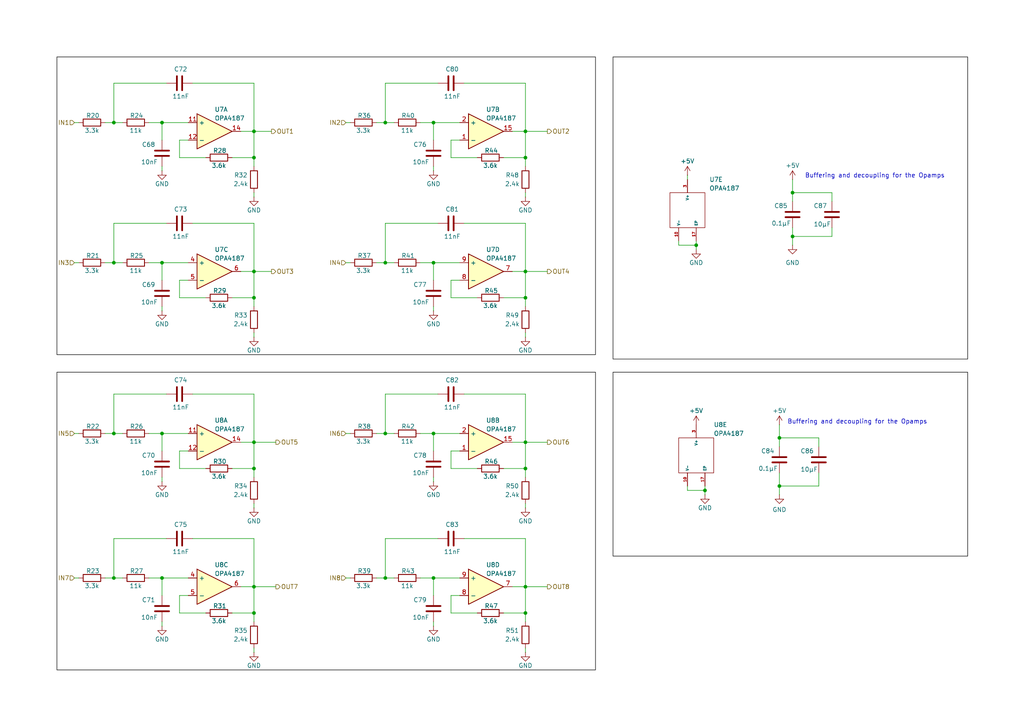
<source format=kicad_sch>
(kicad_sch (version 20250114) (generator "eeschema") (generator_version "9.0")
  (paper "A4")
  (lib_symbols
    (symbol "Device:C" (pin_numbers (hide yes)) (pin_names (offset 0.254))
      (property "Reference" "C" (at 0.635 2.54 0))
      (property "Value" "C" (at 0.635 -2.54 0))
      (symbol "C_0_1"
        (polyline (pts (xy -2.032 0.762) (xy 2.032 0.762)) (stroke (width 0.508)))
        (polyline (pts (xy -2.032 -0.762) (xy 2.032 -0.762)) (stroke (width 0.508)))
      )
      (symbol "C_1_1"
        (pin passive line (at 0 3.81 270) (length 2.794) (name "~") (number "1"))
        (pin passive line (at 0 -3.81 90) (length 2.794) (name "~") (number "2"))
      )
    )
    (symbol "Device:R" (pin_numbers (hide yes)) (pin_names (offset 0))
      (property "Reference" "R" (at 2.032 0 90))
      (property "Value" "R" (at 0 0 90))
      (symbol "R_0_1"
        (rectangle (start -1.016 -2.54) (end 1.016 2.54) (stroke (width 0.254)))
      )
      (symbol "R_1_1"
        (pin passive line (at 0 3.81 270) (length 1.27) (name "~") (number "1"))
        (pin passive line (at 0 -3.81 90) (length 1.27) (name "~") (number "2"))
      )
    )
    (symbol "OPA4187IRUMR_1"
      (property "Reference" "U8" (at 0 6.35 0))
      (property "Value" "OPA4187" (at 0 3.81 0))
      (symbol "OPA4187IRUMR_1_1_1"
        (polyline (pts (xy -5.08 5.08) (xy 5.08 0) (xy -5.08 -5.08) (xy -5.08 5.08)) (stroke (width 0.254)) (fill (type background)))
        (pin input line (at -7.62 2.54 0) (length 2.54) (name "+") (number "11"))
        (pin input line (at -7.62 -2.54 0) (length 2.54) (name "-") (number "12"))
        (pin output line (at 7.62 0 180) (length 2.54) (name "~") (number "14"))
      )
      (symbol "OPA4187IRUMR_1_2_1"
        (polyline (pts (xy -5.08 5.08) (xy 5.08 0) (xy -5.08 -5.08) (xy -5.08 5.08)) (stroke (width 0.254)) (fill (type background)))
        (pin input line (at -7.62 2.54 0) (length 2.54) (name "+") (number "2"))
        (pin input line (at -7.62 -2.54 0) (length 2.54) (name "-") (number "1"))
        (pin output line (at 7.62 0 180) (length 2.54) (name "~") (number "15"))
      )
      (symbol "OPA4187IRUMR_1_3_1"
        (polyline (pts (xy -5.08 5.08) (xy 5.08 0) (xy -5.08 -5.08) (xy -5.08 5.08)) (stroke (width 0.254)) (fill (type background)))
        (pin input line (at -7.62 2.54 0) (length 2.54) (name "+") (number "4"))
        (pin input line (at -7.62 -2.54 0) (length 2.54) (name "-") (number "5"))
        (pin output line (at 7.62 0 180) (length 2.54) (name "~") (number "6"))
      )
      (symbol "OPA4187IRUMR_1_4_1"
        (polyline (pts (xy -5.08 5.08) (xy 5.08 0) (xy -5.08 -5.08) (xy -5.08 5.08)) (stroke (width 0.254)) (fill (type background)))
        (pin input line (at -7.62 2.54 0) (length 2.54) (name "+") (number "9"))
        (pin input line (at -7.62 -2.54 0) (length 2.54) (name "-") (number "8"))
        (pin output line (at 7.62 0 180) (length 2.54) (name "~") (number "7"))
      )
      (symbol "OPA4187IRUMR_1_5_1"
        (rectangle (start -7.62 6.35) (end 2.54 -3.81))
        (pin no_connect line (at -11.43 1.27 0) (length 3.81) (hide yes) (name "NC") (number "13"))
        (pin no_connect line (at -11.43 1.27 0) (length 3.81) (hide yes) (name "NC") (number "16"))
        (pin power_in line (at -5.08 -7.62 90) (length 3.81) (name "V-") (number "10"))
        (pin power_in line (at -2.54 10.16 270) (length 3.81) (name "V+") (number "3"))
        (pin power_in line (at 0 -7.62 90) (length 3.81) (name "EP") (number "17"))
      )
    )
    (symbol "OPA4187IRUMR_10"
      (property "Reference" "U8" (at 0 6.35 0))
      (property "Value" "OPA4187" (at 0 3.81 0))
      (symbol "OPA4187IRUMR_10_1_1"
        (polyline (pts (xy -5.08 5.08) (xy 5.08 0) (xy -5.08 -5.08) (xy -5.08 5.08)) (stroke (width 0.254)) (fill (type background)))
        (pin input line (at -7.62 2.54 0) (length 2.54) (name "+") (number "11"))
        (pin input line (at -7.62 -2.54 0) (length 2.54) (name "-") (number "12"))
        (pin output line (at 7.62 0 180) (length 2.54) (name "~") (number "14"))
      )
      (symbol "OPA4187IRUMR_10_2_1"
        (polyline (pts (xy -5.08 5.08) (xy 5.08 0) (xy -5.08 -5.08) (xy -5.08 5.08)) (stroke (width 0.254)) (fill (type background)))
        (pin input line (at -7.62 2.54 0) (length 2.54) (name "+") (number "2"))
        (pin input line (at -7.62 -2.54 0) (length 2.54) (name "-") (number "1"))
        (pin output line (at 7.62 0 180) (length 2.54) (name "~") (number "15"))
      )
      (symbol "OPA4187IRUMR_10_3_1"
        (polyline (pts (xy -5.08 5.08) (xy 5.08 0) (xy -5.08 -5.08) (xy -5.08 5.08)) (stroke (width 0.254)) (fill (type background)))
        (pin input line (at -7.62 2.54 0) (length 2.54) (name "+") (number "4"))
        (pin input line (at -7.62 -2.54 0) (length 2.54) (name "-") (number "5"))
        (pin output line (at 7.62 0 180) (length 2.54) (name "~") (number "6"))
      )
      (symbol "OPA4187IRUMR_10_4_1"
        (polyline (pts (xy -5.08 5.08) (xy 5.08 0) (xy -5.08 -5.08) (xy -5.08 5.08)) (stroke (width 0.254)) (fill (type background)))
        (pin input line (at -7.62 2.54 0) (length 2.54) (name "+") (number "9"))
        (pin input line (at -7.62 -2.54 0) (length 2.54) (name "-") (number "8"))
        (pin output line (at 7.62 0 180) (length 2.54) (name "~") (number "7"))
      )
      (symbol "OPA4187IRUMR_10_5_1"
        (rectangle (start -7.62 6.35) (end 2.54 -3.81))
        (pin no_connect line (at -11.43 1.27 0) (length 3.81) (hide yes) (name "NC") (number "13"))
        (pin no_connect line (at -11.43 1.27 0) (length 3.81) (hide yes) (name "NC") (number "16"))
        (pin power_in line (at -5.08 -7.62 90) (length 3.81) (name "V-") (number "10"))
        (pin power_in line (at -2.54 10.16 270) (length 3.81) (name "V+") (number "3"))
        (pin power_in line (at 0 -7.62 90) (length 3.81) (name "EP") (number "17"))
      )
    )
    (symbol "OPA4187IRUMR_7"
      (property "Reference" "U8" (at 0 6.35 0))
      (property "Value" "OPA4187" (at 0 3.81 0))
      (symbol "OPA4187IRUMR_7_1_1"
        (polyline (pts (xy -5.08 5.08) (xy 5.08 0) (xy -5.08 -5.08) (xy -5.08 5.08)) (stroke (width 0.254)) (fill (type background)))
        (pin input line (at -7.62 2.54 0) (length 2.54) (name "+") (number "11"))
        (pin input line (at -7.62 -2.54 0) (length 2.54) (name "-") (number "12"))
        (pin output line (at 7.62 0 180) (length 2.54) (name "~") (number "14"))
      )
      (symbol "OPA4187IRUMR_7_2_1"
        (polyline (pts (xy -5.08 5.08) (xy 5.08 0) (xy -5.08 -5.08) (xy -5.08 5.08)) (stroke (width 0.254)) (fill (type background)))
        (pin input line (at -7.62 2.54 0) (length 2.54) (name "+") (number "2"))
        (pin input line (at -7.62 -2.54 0) (length 2.54) (name "-") (number "1"))
        (pin output line (at 7.62 0 180) (length 2.54) (name "~") (number "15"))
      )
      (symbol "OPA4187IRUMR_7_3_1"
        (polyline (pts (xy -5.08 5.08) (xy 5.08 0) (xy -5.08 -5.08) (xy -5.08 5.08)) (stroke (width 0.254)) (fill (type background)))
        (pin input line (at -7.62 2.54 0) (length 2.54) (name "+") (number "4"))
        (pin input line (at -7.62 -2.54 0) (length 2.54) (name "-") (number "5"))
        (pin output line (at 7.62 0 180) (length 2.54) (name "~") (number "6"))
      )
      (symbol "OPA4187IRUMR_7_4_1"
        (polyline (pts (xy -5.08 5.08) (xy 5.08 0) (xy -5.08 -5.08) (xy -5.08 5.08)) (stroke (width 0.254)) (fill (type background)))
        (pin input line (at -7.62 2.54 0) (length 2.54) (name "+") (number "9"))
        (pin input line (at -7.62 -2.54 0) (length 2.54) (name "-") (number "8"))
        (pin output line (at 7.62 0 180) (length 2.54) (name "~") (number "7"))
      )
      (symbol "OPA4187IRUMR_7_5_1"
        (rectangle (start -7.62 6.35) (end 2.54 -3.81))
        (pin no_connect line (at -11.43 1.27 0) (length 3.81) (hide yes) (name "NC") (number "13"))
        (pin no_connect line (at -11.43 1.27 0) (length 3.81) (hide yes) (name "NC") (number "16"))
        (pin power_in line (at -5.08 -7.62 90) (length 3.81) (name "V-") (number "10"))
        (pin power_in line (at -2.54 10.16 270) (length 3.81) (name "V+") (number "3"))
        (pin power_in line (at 0 -7.62 90) (length 3.81) (name "EP") (number "17"))
      )
    )
    (symbol "OPA4187IRUMR_8"
      (property "Reference" "U8" (at 0 6.35 0))
      (property "Value" "OPA4187" (at 0 3.81 0))
      (symbol "OPA4187IRUMR_8_1_1"
        (polyline (pts (xy -5.08 5.08) (xy 5.08 0) (xy -5.08 -5.08) (xy -5.08 5.08)) (stroke (width 0.254)) (fill (type background)))
        (pin input line (at -7.62 2.54 0) (length 2.54) (name "+") (number "11"))
        (pin input line (at -7.62 -2.54 0) (length 2.54) (name "-") (number "12"))
        (pin output line (at 7.62 0 180) (length 2.54) (name "~") (number "14"))
      )
      (symbol "OPA4187IRUMR_8_2_1"
        (polyline (pts (xy -5.08 5.08) (xy 5.08 0) (xy -5.08 -5.08) (xy -5.08 5.08)) (stroke (width 0.254)) (fill (type background)))
        (pin input line (at -7.62 2.54 0) (length 2.54) (name "+") (number "2"))
        (pin input line (at -7.62 -2.54 0) (length 2.54) (name "-") (number "1"))
        (pin output line (at 7.62 0 180) (length 2.54) (name "~") (number "15"))
      )
      (symbol "OPA4187IRUMR_8_3_1"
        (polyline (pts (xy -5.08 5.08) (xy 5.08 0) (xy -5.08 -5.08) (xy -5.08 5.08)) (stroke (width 0.254)) (fill (type background)))
        (pin input line (at -7.62 2.54 0) (length 2.54) (name "+") (number "4"))
        (pin input line (at -7.62 -2.54 0) (length 2.54) (name "-") (number "5"))
        (pin output line (at 7.62 0 180) (length 2.54) (name "~") (number "6"))
      )
      (symbol "OPA4187IRUMR_8_4_1"
        (polyline (pts (xy -5.08 5.08) (xy 5.08 0) (xy -5.08 -5.08) (xy -5.08 5.08)) (stroke (width 0.254)) (fill (type background)))
        (pin input line (at -7.62 2.54 0) (length 2.54) (name "+") (number "9"))
        (pin input line (at -7.62 -2.54 0) (length 2.54) (name "-") (number "8"))
        (pin output line (at 7.62 0 180) (length 2.54) (name "~") (number "7"))
      )
      (symbol "OPA4187IRUMR_8_5_1"
        (rectangle (start -7.62 6.35) (end 2.54 -3.81))
        (pin no_connect line (at -11.43 1.27 0) (length 3.81) (hide yes) (name "NC") (number "13"))
        (pin no_connect line (at -11.43 1.27 0) (length 3.81) (hide yes) (name "NC") (number "16"))
        (pin power_in line (at -5.08 -7.62 90) (length 3.81) (name "V-") (number "10"))
        (pin power_in line (at -2.54 10.16 270) (length 3.81) (name "V+") (number "3"))
        (pin power_in line (at 0 -7.62 90) (length 3.81) (name "EP") (number "17"))
      )
    )
    (symbol "OPA4187IRUMR_9"
      (property "Reference" "U8" (at 0 6.35 0))
      (property "Value" "OPA4187" (at 0 3.81 0))
      (symbol "OPA4187IRUMR_9_1_1"
        (polyline (pts (xy -5.08 5.08) (xy 5.08 0) (xy -5.08 -5.08) (xy -5.08 5.08)) (stroke (width 0.254)) (fill (type background)))
        (pin input line (at -7.62 2.54 0) (length 2.54) (name "+") (number "11"))
        (pin input line (at -7.62 -2.54 0) (length 2.54) (name "-") (number "12"))
        (pin output line (at 7.62 0 180) (length 2.54) (name "~") (number "14"))
      )
      (symbol "OPA4187IRUMR_9_2_1"
        (polyline (pts (xy -5.08 5.08) (xy 5.08 0) (xy -5.08 -5.08) (xy -5.08 5.08)) (stroke (width 0.254)) (fill (type background)))
        (pin input line (at -7.62 2.54 0) (length 2.54) (name "+") (number "2"))
        (pin input line (at -7.62 -2.54 0) (length 2.54) (name "-") (number "1"))
        (pin output line (at 7.62 0 180) (length 2.54) (name "~") (number "15"))
      )
      (symbol "OPA4187IRUMR_9_3_1"
        (polyline (pts (xy -5.08 5.08) (xy 5.08 0) (xy -5.08 -5.08) (xy -5.08 5.08)) (stroke (width 0.254)) (fill (type background)))
        (pin input line (at -7.62 2.54 0) (length 2.54) (name "+") (number "4"))
        (pin input line (at -7.62 -2.54 0) (length 2.54) (name "-") (number "5"))
        (pin output line (at 7.62 0 180) (length 2.54) (name "~") (number "6"))
      )
      (symbol "OPA4187IRUMR_9_4_1"
        (polyline (pts (xy -5.08 5.08) (xy 5.08 0) (xy -5.08 -5.08) (xy -5.08 5.08)) (stroke (width 0.254)) (fill (type background)))
        (pin input line (at -7.62 2.54 0) (length 2.54) (name "+") (number "9"))
        (pin input line (at -7.62 -2.54 0) (length 2.54) (name "-") (number "8"))
        (pin output line (at 7.62 0 180) (length 2.54) (name "~") (number "7"))
      )
      (symbol "OPA4187IRUMR_9_5_1"
        (rectangle (start -7.62 6.35) (end 2.54 -3.81))
        (pin no_connect line (at -11.43 1.27 0) (length 3.81) (hide yes) (name "NC") (number "13"))
        (pin no_connect line (at -11.43 1.27 0) (length 3.81) (hide yes) (name "NC") (number "16"))
        (pin power_in line (at -5.08 -7.62 90) (length 3.81) (name "V-") (number "10"))
        (pin power_in line (at -2.54 10.16 270) (length 3.81) (name "V+") (number "3"))
        (pin power_in line (at 0 -7.62 90) (length 3.81) (name "EP") (number "17"))
      )
    )
    (symbol "power:+5V" (power) (pin_numbers (hide yes)) (pin_names (offset 0) (hide yes))
      (property "Value" "+5V" (at 0 3.556 0))
      (symbol "+5V_0_1"
        (polyline (pts (xy -0.762 1.27) (xy 0 2.54)))
        (polyline (pts (xy 0 2.54) (xy 0.762 1.27)))
        (polyline (pts (xy 0 0) (xy 0 2.54)))
      )
      (symbol "+5V_1_1"
        (pin power_in line (at 0 0 90) (length 0) (name "~") (number "1"))
      )
    )
    (symbol "power:GND" (power) (pin_numbers (hide yes)) (pin_names (offset 0) (hide yes))
      (property "Value" "GND" (at 0 -3.81 0))
      (symbol "GND_0_1"
        (polyline (pts (xy 0 0) (xy 0 -1.27) (xy 1.27 -1.27) (xy 0 -2.54) (xy -1.27 -1.27) (xy 0 -1.27)))
      )
      (symbol "GND_1_1"
        (pin power_in line (at 0 0 270) (length 0) (name "~") (number "1"))
      )
    )
  )
  (text "Buffering and decoupling for the Opamps" (at 248.666 122.428 0) (effects (font (size 1.27 1.27))))
  (text "Buffering and decoupling for the Opamps" (at 253.746 51.054 0) (effects (font (size 1.27 1.27))))
  (text_box "" (at 177.8 16.51 0) (size 102.87 87.63) (margins 0.9525 0.9525 0.9525 0.9525) (stroke (width 0) (color 0 0 0 1)) (effects (font (size 1.27 1.27)) (justify left top)))
  (text_box "" (at 16.51 107.95 0) (size 156.21 86.36) (margins 0.9525 0.9525 0.9525 0.9525) (stroke (width 0) (color 0 0 0 1)) (effects (font (size 1.27 1.27)) (justify left top)))
  (text_box "" (at 16.51 16.51 0) (size 156.21 86.36) (margins 0.9525 0.9525 0.9525 0.9525) (stroke (width 0) (color 0 0 0 1)) (effects (font (size 1.27 1.27)) (justify left top)))
  (text_box "" (at 177.8 107.95 0) (size 102.87 53.34) (margins 0.9525 0.9525 0.9525 0.9525) (stroke (width 0) (color 0 0 0 1)) (effects (font (size 1.27 1.27)) (justify left top)))
  (junction (at 73.66 38.1))
  (junction (at 229.87 55.88))
  (junction (at 226.06 127))
  (junction (at 125.73 167.64))
  (junction (at 46.99 125.73))
  (junction (at 204.47 142.24))
  (junction (at 73.66 45.72))
  (junction (at 201.93 71.12))
  (junction (at 73.66 177.8))
  (junction (at 33.02 125.73))
  (junction (at 73.66 86.36))
  (junction (at 46.99 167.64))
  (junction (at 33.02 167.64))
  (junction (at 73.66 170.18))
  (junction (at 111.76 167.64))
  (junction (at 152.4 170.18))
  (junction (at 46.99 76.2))
  (junction (at 152.4 38.1))
  (junction (at 152.4 45.72))
  (junction (at 73.66 78.74))
  (junction (at 111.76 76.2))
  (junction (at 111.76 35.56))
  (junction (at 125.73 125.73))
  (junction (at 73.66 135.89))
  (junction (at 152.4 128.27))
  (junction (at 152.4 86.36))
  (junction (at 152.4 177.8))
  (junction (at 152.4 78.74))
  (junction (at 73.66 128.27))
  (junction (at 125.73 76.2))
  (junction (at 125.73 35.56))
  (junction (at 229.87 68.58))
  (junction (at 226.06 140.97))
  (junction (at 111.76 125.73))
  (junction (at 33.02 35.56))
  (junction (at 152.4 135.89))
  (junction (at 33.02 76.2))
  (junction (at 46.99 35.56))
  (wire (pts (xy 111.76 35.56) (xy 114.3 35.56)))
  (wire (pts (xy 111.76 167.64) (xy 114.3 167.64)))
  (wire (pts (xy 229.87 68.58) (xy 229.87 71.12)))
  (wire (pts (xy 130.81 177.8) (xy 138.43 177.8)))
  (wire (pts (xy 125.73 125.73) (xy 133.35 125.73)))
  (wire (pts (xy 204.47 142.24) (xy 204.47 140.97)))
  (wire (pts (xy 100.33 125.73) (xy 101.6 125.73)))
  (wire (pts (xy 121.92 35.56) (xy 125.73 35.56)))
  (wire (pts (xy 204.47 142.24) (xy 204.47 143.51)))
  (wire (pts (xy 46.99 76.2) (xy 46.99 81.28)))
  (wire (pts (xy 152.4 96.52) (xy 152.4 97.79)))
  (wire (pts (xy 33.02 24.13) (xy 33.02 35.56)))
  (wire (pts (xy 54.61 172.72) (xy 52.07 172.72)))
  (wire (pts (xy 30.48 167.64) (xy 33.02 167.64)))
  (wire (pts (xy 52.07 45.72) (xy 59.69 45.72)))
  (wire (pts (xy 46.99 125.73) (xy 54.61 125.73)))
  (wire (pts (xy 125.73 138.43) (xy 125.73 139.7)))
  (wire (pts (xy 111.76 114.3) (xy 111.76 125.73)))
  (wire (pts (xy 69.85 128.27) (xy 73.66 128.27)))
  (wire (pts (xy 152.4 170.18) (xy 158.75 170.18)))
  (wire (pts (xy 73.66 64.77) (xy 73.66 78.74)))
  (wire (pts (xy 46.99 35.56) (xy 46.99 40.64)))
  (wire (pts (xy 127 114.3) (xy 111.76 114.3)))
  (wire (pts (xy 33.02 114.3) (xy 33.02 125.73)))
  (wire (pts (xy 43.18 167.64) (xy 46.99 167.64)))
  (wire (pts (xy 109.22 76.2) (xy 111.76 76.2)))
  (wire (pts (xy 46.99 76.2) (xy 54.61 76.2)))
  (wire (pts (xy 33.02 125.73) (xy 35.56 125.73)))
  (wire (pts (xy 46.99 35.56) (xy 54.61 35.56)))
  (wire (pts (xy 133.35 172.72) (xy 130.81 172.72)))
  (wire (pts (xy 130.81 172.72) (xy 130.81 177.8)))
  (wire (pts (xy 152.4 128.27) (xy 158.75 128.27)))
  (wire (pts (xy 152.4 114.3) (xy 152.4 128.27)))
  (wire (pts (xy 46.99 88.9) (xy 46.99 90.17)))
  (wire (pts (xy 46.99 125.73) (xy 46.99 130.81)))
  (wire (pts (xy 237.49 137.16) (xy 237.49 140.97)))
  (wire (pts (xy 111.76 24.13) (xy 111.76 35.56)))
  (wire (pts (xy 55.88 156.21) (xy 73.66 156.21)))
  (wire (pts (xy 152.4 86.36) (xy 152.4 88.9)))
  (wire (pts (xy 134.62 156.21) (xy 152.4 156.21)))
  (wire (pts (xy 152.4 86.36) (xy 152.4 78.74)))
  (wire (pts (xy 229.87 52.07) (xy 229.87 55.88)))
  (wire (pts (xy 73.66 114.3) (xy 73.66 128.27)))
  (wire (pts (xy 133.35 130.81) (xy 130.81 130.81)))
  (wire (pts (xy 46.99 167.64) (xy 46.99 172.72)))
  (wire (pts (xy 241.3 66.04) (xy 241.3 68.58)))
  (wire (pts (xy 109.22 35.56) (xy 111.76 35.56)))
  (wire (pts (xy 55.88 114.3) (xy 73.66 114.3)))
  (wire (pts (xy 52.07 130.81) (xy 52.07 135.89)))
  (wire (pts (xy 111.76 125.73) (xy 114.3 125.73)))
  (wire (pts (xy 152.4 45.72) (xy 152.4 48.26)))
  (wire (pts (xy 125.73 76.2) (xy 133.35 76.2)))
  (wire (pts (xy 46.99 167.64) (xy 54.61 167.64)))
  (wire (pts (xy 73.66 187.96) (xy 73.66 189.23)))
  (wire (pts (xy 152.4 187.96) (xy 152.4 189.23)))
  (wire (pts (xy 134.62 64.77) (xy 152.4 64.77)))
  (wire (pts (xy 33.02 167.64) (xy 35.56 167.64)))
  (wire (pts (xy 130.81 81.28) (xy 130.81 86.36)))
  (wire (pts (xy 100.33 35.56) (xy 101.6 35.56)))
  (wire (pts (xy 43.18 35.56) (xy 46.99 35.56)))
  (wire (pts (xy 46.99 48.26) (xy 46.99 49.53)))
  (wire (pts (xy 121.92 125.73) (xy 125.73 125.73)))
  (wire (pts (xy 130.81 40.64) (xy 130.81 45.72)))
  (wire (pts (xy 196.85 71.12) (xy 201.93 71.12)))
  (wire (pts (xy 125.73 125.73) (xy 125.73 130.81)))
  (wire (pts (xy 130.81 135.89) (xy 138.43 135.89)))
  (wire (pts (xy 21.59 35.56) (xy 22.86 35.56)))
  (wire (pts (xy 125.73 167.64) (xy 133.35 167.64)))
  (wire (pts (xy 73.66 135.89) (xy 73.66 128.27)))
  (wire (pts (xy 46.99 138.43) (xy 46.99 139.7)))
  (wire (pts (xy 148.59 128.27) (xy 152.4 128.27)))
  (wire (pts (xy 148.59 78.74) (xy 152.4 78.74)))
  (wire (pts (xy 73.66 170.18) (xy 80.01 170.18)))
  (wire (pts (xy 43.18 125.73) (xy 46.99 125.73)))
  (wire (pts (xy 21.59 167.64) (xy 22.86 167.64)))
  (wire (pts (xy 73.66 45.72) (xy 73.66 48.26)))
  (wire (pts (xy 67.31 45.72) (xy 73.66 45.72)))
  (wire (pts (xy 237.49 127) (xy 237.49 129.54)))
  (wire (pts (xy 55.88 64.77) (xy 73.66 64.77)))
  (wire (pts (xy 33.02 156.21) (xy 33.02 167.64)))
  (wire (pts (xy 109.22 125.73) (xy 111.76 125.73)))
  (wire (pts (xy 73.66 86.36) (xy 73.66 88.9)))
  (wire (pts (xy 130.81 130.81) (xy 130.81 135.89)))
  (wire (pts (xy 199.39 50.8) (xy 199.39 52.07)))
  (wire (pts (xy 111.76 76.2) (xy 114.3 76.2)))
  (wire (pts (xy 54.61 81.28) (xy 52.07 81.28)))
  (wire (pts (xy 152.4 177.8) (xy 152.4 170.18)))
  (wire (pts (xy 130.81 86.36) (xy 138.43 86.36)))
  (wire (pts (xy 67.31 86.36) (xy 73.66 86.36)))
  (wire (pts (xy 152.4 146.05) (xy 152.4 147.32)))
  (wire (pts (xy 67.31 135.89) (xy 73.66 135.89)))
  (wire (pts (xy 21.59 76.2) (xy 22.86 76.2)))
  (wire (pts (xy 111.76 64.77) (xy 111.76 76.2)))
  (wire (pts (xy 73.66 177.8) (xy 73.66 180.34)))
  (wire (pts (xy 73.66 86.36) (xy 73.66 78.74)))
  (wire (pts (xy 54.61 130.81) (xy 52.07 130.81)))
  (wire (pts (xy 133.35 40.64) (xy 130.81 40.64)))
  (wire (pts (xy 46.99 180.34) (xy 46.99 181.61)))
  (wire (pts (xy 226.06 127) (xy 237.49 127)))
  (wire (pts (xy 52.07 172.72) (xy 52.07 177.8)))
  (wire (pts (xy 73.66 128.27) (xy 80.01 128.27)))
  (wire (pts (xy 73.66 96.52) (xy 73.66 97.79)))
  (wire (pts (xy 146.05 86.36) (xy 152.4 86.36)))
  (wire (pts (xy 229.87 55.88) (xy 241.3 55.88)))
  (wire (pts (xy 30.48 125.73) (xy 33.02 125.73)))
  (wire (pts (xy 48.26 156.21) (xy 33.02 156.21)))
  (wire (pts (xy 152.4 135.89) (xy 152.4 128.27)))
  (wire (pts (xy 125.73 88.9) (xy 125.73 90.17)))
  (wire (pts (xy 127 156.21) (xy 111.76 156.21)))
  (wire (pts (xy 73.66 135.89) (xy 73.66 138.43)))
  (wire (pts (xy 148.59 38.1) (xy 152.4 38.1)))
  (wire (pts (xy 69.85 170.18) (xy 73.66 170.18)))
  (wire (pts (xy 152.4 38.1) (xy 158.75 38.1)))
  (wire (pts (xy 54.61 40.64) (xy 52.07 40.64)))
  (wire (pts (xy 52.07 177.8) (xy 59.69 177.8)))
  (wire (pts (xy 241.3 55.88) (xy 241.3 58.42)))
  (wire (pts (xy 127 64.77) (xy 111.76 64.77)))
  (wire (pts (xy 226.06 137.16) (xy 226.06 140.97)))
  (wire (pts (xy 133.35 81.28) (xy 130.81 81.28)))
  (wire (pts (xy 134.62 24.13) (xy 152.4 24.13)))
  (wire (pts (xy 73.66 24.13) (xy 73.66 38.1)))
  (wire (pts (xy 67.31 177.8) (xy 73.66 177.8)))
  (wire (pts (xy 73.66 177.8) (xy 73.66 170.18)))
  (wire (pts (xy 152.4 64.77) (xy 152.4 78.74)))
  (wire (pts (xy 48.26 114.3) (xy 33.02 114.3)))
  (wire (pts (xy 146.05 45.72) (xy 152.4 45.72)))
  (wire (pts (xy 229.87 66.04) (xy 229.87 68.58)))
  (wire (pts (xy 69.85 78.74) (xy 73.66 78.74)))
  (wire (pts (xy 100.33 76.2) (xy 101.6 76.2)))
  (wire (pts (xy 201.93 71.12) (xy 201.93 72.39)))
  (wire (pts (xy 152.4 24.13) (xy 152.4 38.1)))
  (wire (pts (xy 125.73 180.34) (xy 125.73 181.61)))
  (wire (pts (xy 201.93 71.12) (xy 201.93 69.85)))
  (wire (pts (xy 134.62 114.3) (xy 152.4 114.3)))
  (wire (pts (xy 100.33 167.64) (xy 101.6 167.64)))
  (wire (pts (xy 73.66 78.74) (xy 78.74 78.74)))
  (wire (pts (xy 33.02 35.56) (xy 35.56 35.56)))
  (wire (pts (xy 152.4 45.72) (xy 152.4 38.1)))
  (wire (pts (xy 125.73 48.26) (xy 125.73 49.53)))
  (wire (pts (xy 48.26 64.77) (xy 33.02 64.77)))
  (wire (pts (xy 125.73 35.56) (xy 125.73 40.64)))
  (wire (pts (xy 226.06 127) (xy 226.06 129.54)))
  (wire (pts (xy 52.07 81.28) (xy 52.07 86.36)))
  (wire (pts (xy 73.66 156.21) (xy 73.66 170.18)))
  (wire (pts (xy 199.39 140.97) (xy 199.39 142.24)))
  (wire (pts (xy 125.73 167.64) (xy 125.73 172.72)))
  (wire (pts (xy 152.4 156.21) (xy 152.4 170.18)))
  (wire (pts (xy 33.02 76.2) (xy 35.56 76.2)))
  (wire (pts (xy 33.02 64.77) (xy 33.02 76.2)))
  (wire (pts (xy 152.4 78.74) (xy 158.75 78.74)))
  (wire (pts (xy 43.18 76.2) (xy 46.99 76.2)))
  (wire (pts (xy 130.81 45.72) (xy 138.43 45.72)))
  (wire (pts (xy 226.06 123.19) (xy 226.06 127)))
  (wire (pts (xy 73.66 38.1) (xy 78.74 38.1)))
  (wire (pts (xy 226.06 140.97) (xy 237.49 140.97)))
  (wire (pts (xy 127 24.13) (xy 111.76 24.13)))
  (wire (pts (xy 196.85 69.85) (xy 196.85 71.12)))
  (wire (pts (xy 226.06 140.97) (xy 226.06 143.51)))
  (wire (pts (xy 146.05 135.89) (xy 152.4 135.89)))
  (wire (pts (xy 199.39 142.24) (xy 204.47 142.24)))
  (wire (pts (xy 125.73 76.2) (xy 125.73 81.28)))
  (wire (pts (xy 125.73 35.56) (xy 133.35 35.56)))
  (wire (pts (xy 152.4 135.89) (xy 152.4 138.43)))
  (wire (pts (xy 52.07 135.89) (xy 59.69 135.89)))
  (wire (pts (xy 229.87 55.88) (xy 229.87 58.42)))
  (wire (pts (xy 52.07 86.36) (xy 59.69 86.36)))
  (wire (pts (xy 69.85 38.1) (xy 73.66 38.1)))
  (wire (pts (xy 73.66 146.05) (xy 73.66 147.32)))
  (wire (pts (xy 21.59 125.73) (xy 22.86 125.73)))
  (wire (pts (xy 48.26 24.13) (xy 33.02 24.13)))
  (wire (pts (xy 30.48 35.56) (xy 33.02 35.56)))
  (wire (pts (xy 52.07 40.64) (xy 52.07 45.72)))
  (wire (pts (xy 55.88 24.13) (xy 73.66 24.13)))
  (wire (pts (xy 146.05 177.8) (xy 152.4 177.8)))
  (wire (pts (xy 73.66 55.88) (xy 73.66 57.15)))
  (wire (pts (xy 109.22 167.64) (xy 111.76 167.64)))
  (wire (pts (xy 121.92 167.64) (xy 125.73 167.64)))
  (wire (pts (xy 152.4 55.88) (xy 152.4 57.15)))
  (wire (pts (xy 73.66 45.72) (xy 73.66 38.1)))
  (wire (pts (xy 152.4 177.8) (xy 152.4 180.34)))
  (wire (pts (xy 111.76 156.21) (xy 111.76 167.64)))
  (wire (pts (xy 121.92 76.2) (xy 125.73 76.2)))
  (wire (pts (xy 30.48 76.2) (xy 33.02 76.2)))
  (wire (pts (xy 148.59 170.18) (xy 152.4 170.18)))
  (wire (pts (xy 229.87 68.58) (xy 241.3 68.58)))
  (hierarchical_label "IN7" (shape input) (at 21.59 167.64 180))
  (hierarchical_label "IN8" (shape input) (at 100.33 167.64 180))
  (hierarchical_label "IN5" (shape input) (at 21.59 125.73 180))
  (hierarchical_label "IN3" (shape input) (at 21.59 76.2 180))
  (hierarchical_label "OUT8" (shape output) (at 158.75 170.18 0))
  (hierarchical_label "OUT2" (shape output) (at 158.75 38.1 0))
  (hierarchical_label "IN4" (shape input) (at 100.33 76.2 180))
  (hierarchical_label "OUT5" (shape output) (at 80.01 128.27 0))
  (hierarchical_label "OUT4" (shape output) (at 158.75 78.74 0))
  (hierarchical_label "OUT1" (shape output) (at 78.74 38.1 0))
  (hierarchical_label "IN2" (shape input) (at 100.33 35.56 180))
  (hierarchical_label "IN1" (shape input) (at 21.59 35.56 180))
  (hierarchical_label "OUT6" (shape output) (at 158.75 128.27 0))
  (hierarchical_label "OUT3" (shape output) (at 78.74 78.74 0))
  (hierarchical_label "OUT7" (shape output) (at 80.01 170.18 0))
  (hierarchical_label "IN6" (shape input) (at 100.33 125.73 180))
  (symbol (lib_id "Device:R") (at 73.66 52.07 180) (unit 1)
    (property "Reference" "R32" (at 69.85 50.8 0))
    (property "Value" "2.4k" (at 69.85 53.34 0))
    (property "Footprint" "Resistor_SMD:R_0603_1608Metric" (effects (hide yes)))
    (property "Description" "Resistor" (effects (hide yes)))
  )
  (symbol (lib_id "Device:C") (at 130.81 64.77 90) (unit 1)
    (property "Reference" "C81" (at 133.096 60.706 90) (effects (justify left)))
    (property "Value" "11nF" (at 133.604 68.58 90) (effects (justify left)))
    (property "Footprint" "Capacitor_SMD:C_0402_1005Metric" (effects (hide yes)))
    (property "Description" "Unpolarized capacitor" (effects (hide yes)))
  )
  (symbol (lib_id "power:GND") (at 46.99 181.61 0) (unit 1)
    (property "Reference" "#PWR0119" (effects (hide yes)))
    (property "Value" "GND" (at 46.99 185.42 0))
    (property "Description" "Power symbol creates a global label with name \"GND\" , ground" (effects (hide yes)))
  )
  (symbol (lib_id "Device:R") (at 63.5 86.36 90) (unit 1)
    (property "Reference" "R29" (at 63.754 84.328 90))
    (property "Value" "3.6k" (at 63.5 88.646 90))
    (property "Footprint" "Resistor_SMD:R_0603_1608Metric" (effects (hide yes)))
    (property "Description" "Resistor" (effects (hide yes)))
  )
  (symbol (lib_id "power:GND") (at 152.4 57.15 0) (unit 1)
    (property "Reference" "#PWR0128" (effects (hide yes)))
    (property "Value" "GND" (at 152.4 60.96 0))
    (property "Description" "Power symbol creates a global label with name \"GND\" , ground" (effects (hide yes)))
  )
  (symbol (lib_id "power:+5V") (at 229.87 52.07 0) (unit 1)
    (property "Reference" "#PWR0138" (effects (hide yes)))
    (property "Value" "+5V" (at 229.87 48.006 0))
    (property "Description" "Power symbol creates a global label with name \"+5V\"" (effects (hide yes)))
  )
  (symbol (lib_id "power:GND") (at 152.4 189.23 0) (unit 1)
    (property "Reference" "#PWR0131" (effects (hide yes)))
    (property "Value" "GND" (at 152.4 193.04 0))
    (property "Description" "Power symbol creates a global label with name \"GND\" , ground" (effects (hide yes)))
  )
  (symbol (lib_id "Device:C") (at 241.3 62.23 0) (unit 1)
    (property "Reference" "C87" (at 235.966 59.69 0) (effects (justify left)))
    (property "Value" "10µF" (at 235.966 65.024 0) (effects (justify left)))
    (property "Footprint" "Capacitor_SMD:C_0603_1608Metric" (effects (hide yes)))
    (property "Description" "Unpolarized capacitor" (effects (hide yes)))
  )
  (symbol (lib_id "Device:R") (at 152.4 92.71 180) (unit 1)
    (property "Reference" "R49" (at 148.59 91.44 0))
    (property "Value" "2.4k" (at 148.59 93.98 0))
    (property "Footprint" "Resistor_SMD:R_0603_1608Metric" (effects (hide yes)))
    (property "Description" "Resistor" (effects (hide yes)))
  )
  (symbol (lib_id "power:GND") (at 201.93 72.39 0) (unit 1)
    (property "Reference" "#PWR0133" (effects (hide yes)))
    (property "Value" "GND" (at 201.93 76.2 0))
    (property "Description" "Power symbol creates a global label with name \"GND\" , ground" (effects (hide yes)))
  )
  (symbol (lib_name "OPA4187IRUMR_8") (lib_id "SamacSys_Parts:OPA4187IRUMR") (at 140.97 38.1 0) (unit 2)
    (property "Reference" "U7" (at 140.97 31.75 0) (effects (justify left)))
    (property "Value" "OPA4187" (at 140.97 34.29 0) (effects (justify left)))
    (property "Footprint" "SamacSys_Parts:QFN65P400X400X80-17N-D" (effects (hide yes)))
    (property "Description" "Precision Amplifiers Zero-drift (10uV, 0.001uV/C), MUX-friendly, low-noise, RRO, CMOS quad precision op amp (quad)" (effects (hide yes)))
  )
  (symbol (lib_id "power:GND") (at 73.66 189.23 0) (unit 1)
    (property "Reference" "#PWR0123" (effects (hide yes)))
    (property "Value" "GND" (at 73.66 193.04 0))
    (property "Description" "Power symbol creates a global label with name \"GND\" , ground" (effects (hide yes)))
  )
  (symbol (lib_name "OPA4187IRUMR_7") (lib_id "SamacSys_Parts:OPA4187IRUMR") (at 201.93 62.23 0) (unit 5)
    (property "Reference" "U7" (at 205.74 52.07 0) (effects (justify left)))
    (property "Value" "OPA4187" (at 205.74 54.61 0) (effects (justify left)))
    (property "Footprint" "SamacSys_Parts:QFN65P400X400X80-17N-D" (effects (hide yes)))
    (property "Description" "Precision Amplifiers Zero-drift (10uV, 0.001uV/C), MUX-friendly, low-noise, RRO, CMOS quad precision op amp (quad)" (effects (hide yes)))
  )
  (symbol (lib_id "Device:C") (at 52.07 64.77 90) (unit 1)
    (property "Reference" "C73" (at 54.356 60.706 90) (effects (justify left)))
    (property "Value" "11nF" (at 54.864 68.58 90) (effects (justify left)))
    (property "Footprint" "Capacitor_SMD:C_0402_1005Metric" (effects (hide yes)))
    (property "Description" "Unpolarized capacitor" (effects (hide yes)))
  )
  (symbol (lib_id "power:GND") (at 73.66 147.32 0) (unit 1)
    (property "Reference" "#PWR0122" (effects (hide yes)))
    (property "Value" "GND" (at 73.66 151.13 0))
    (property "Description" "Power symbol creates a global label with name \"GND\" , ground" (effects (hide yes)))
  )
  (symbol (lib_id "Device:R") (at 142.24 135.89 90) (unit 1)
    (property "Reference" "R46" (at 142.494 133.858 90))
    (property "Value" "3.6k" (at 142.24 138.176 90))
    (property "Footprint" "Resistor_SMD:R_0603_1608Metric" (effects (hide yes)))
    (property "Description" "Resistor" (effects (hide yes)))
  )
  (symbol (lib_id "Device:C") (at 130.81 24.13 90) (unit 1)
    (property "Reference" "C80" (at 133.096 20.066 90) (effects (justify left)))
    (property "Value" "11nF" (at 133.604 27.94 90) (effects (justify left)))
    (property "Footprint" "Capacitor_SMD:C_0402_1005Metric" (effects (hide yes)))
    (property "Description" "Unpolarized capacitor" (effects (hide yes)))
  )
  (symbol (lib_id "Device:R") (at 142.24 45.72 90) (unit 1)
    (property "Reference" "R44" (at 142.494 43.688 90))
    (property "Value" "3.6k" (at 142.24 48.006 90))
    (property "Footprint" "Resistor_SMD:R_0603_1608Metric" (effects (hide yes)))
    (property "Description" "Resistor" (effects (hide yes)))
  )
  (symbol (lib_id "Device:R") (at 39.37 35.56 90) (unit 1)
    (property "Reference" "R24" (at 39.624 33.528 90))
    (property "Value" "11k" (at 39.37 37.846 90))
    (property "Footprint" "Resistor_SMD:R_0603_1608Metric" (effects (hide yes)))
    (property "Description" "Resistor" (effects (hide yes)))
  )
  (symbol (lib_id "Device:C") (at 125.73 134.62 0) (unit 1)
    (property "Reference" "C78" (at 119.8774 132.0923 0) (effects (justify left)))
    (property "Value" "10nF" (at 119.634 137.16 0) (effects (justify left)))
    (property "Footprint" "Capacitor_SMD:C_0402_1005Metric" (effects (hide yes)))
    (property "Description" "Unpolarized capacitor" (effects (hide yes)))
  )
  (symbol (lib_id "power:GND") (at 46.99 90.17 0) (unit 1)
    (property "Reference" "#PWR0117" (effects (hide yes)))
    (property "Value" "GND" (at 46.99 93.98 0))
    (property "Description" "Power symbol creates a global label with name \"GND\" , ground" (effects (hide yes)))
  )
  (symbol (lib_id "Device:R") (at 142.24 177.8 90) (unit 1)
    (property "Reference" "R47" (at 142.494 175.768 90))
    (property "Value" "3.6k" (at 142.24 180.086 90))
    (property "Footprint" "Resistor_SMD:R_0603_1608Metric" (effects (hide yes)))
    (property "Description" "Resistor" (effects (hide yes)))
  )
  (symbol (lib_id "Device:R") (at 152.4 184.15 180) (unit 1)
    (property "Reference" "R51" (at 148.59 182.88 0))
    (property "Value" "2.4k" (at 148.59 185.42 0))
    (property "Footprint" "Resistor_SMD:R_0603_1608Metric" (effects (hide yes)))
    (property "Description" "Resistor" (effects (hide yes)))
  )
  (symbol (lib_id "Device:R") (at 73.66 92.71 180) (unit 1)
    (property "Reference" "R33" (at 69.85 91.44 0))
    (property "Value" "2.4k" (at 69.85 93.98 0))
    (property "Footprint" "Resistor_SMD:R_0603_1608Metric" (effects (hide yes)))
    (property "Description" "Resistor" (effects (hide yes)))
  )
  (symbol (lib_id "Device:R") (at 63.5 135.89 90) (unit 1)
    (property "Reference" "R30" (at 63.754 133.858 90))
    (property "Value" "3.6k" (at 63.5 138.176 90))
    (property "Footprint" "Resistor_SMD:R_0603_1608Metric" (effects (hide yes)))
    (property "Description" "Resistor" (effects (hide yes)))
  )
  (symbol (lib_id "power:GND") (at 125.73 181.61 0) (unit 1)
    (property "Reference" "#PWR0127" (effects (hide yes)))
    (property "Value" "GND" (at 125.73 185.42 0))
    (property "Description" "Power symbol creates a global label with name \"GND\" , ground" (effects (hide yes)))
  )
  (symbol (lib_id "power:GND") (at 73.66 97.79 0) (unit 1)
    (property "Reference" "#PWR0121" (effects (hide yes)))
    (property "Value" "GND" (at 73.66 101.6 0))
    (property "Description" "Power symbol creates a global label with name \"GND\" , ground" (effects (hide yes)))
  )
  (symbol (lib_name "OPA4187IRUMR_8") (lib_id "SamacSys_Parts:OPA4187IRUMR") (at 140.97 128.27 0) (unit 2)
    (property "Reference" "U8" (at 140.97 121.92 0) (effects (justify left)))
    (property "Value" "OPA4187" (at 140.97 124.46 0) (effects (justify left)))
    (property "Footprint" "SamacSys_Parts:QFN65P400X400X80-17N-D" (effects (hide yes)))
    (property "Description" "Precision Amplifiers Zero-drift (10uV, 0.001uV/C), MUX-friendly, low-noise, RRO, CMOS quad precision op amp (quad)" (effects (hide yes)))
  )
  (symbol (lib_name "OPA4187IRUMR_1") (lib_id "SamacSys_Parts:OPA4187IRUMR") (at 62.23 38.1 0) (unit 1)
    (property "Reference" "U7" (at 62.23 31.75 0) (effects (justify left)))
    (property "Value" "OPA4187" (at 62.23 34.29 0) (effects (justify left)))
    (property "Footprint" "SamacSys_Parts:QFN65P400X400X80-17N-D" (effects (hide yes)))
    (property "Description" "Precision Amplifiers Zero-drift (10uV, 0.001uV/C), MUX-friendly, low-noise, RRO, CMOS quad precision op amp (quad)" (effects (hide yes)))
  )
  (symbol (lib_id "Device:C") (at 229.87 62.23 0) (unit 1)
    (property "Reference" "C85" (at 224.536 59.69 0) (effects (justify left)))
    (property "Value" "0.1µF" (at 223.774 64.77 0) (effects (justify left)))
    (property "Footprint" "Capacitor_SMD:C_0402_1005Metric" (effects (hide yes)))
    (property "Description" "Unpolarized capacitor" (effects (hide yes)))
  )
  (symbol (lib_id "Device:R") (at 39.37 76.2 90) (unit 1)
    (property "Reference" "R25" (at 39.624 74.168 90))
    (property "Value" "11k" (at 39.37 78.486 90))
    (property "Footprint" "Resistor_SMD:R_0603_1608Metric" (effects (hide yes)))
    (property "Description" "Resistor" (effects (hide yes)))
  )
  (symbol (lib_id "Device:R") (at 73.66 142.24 180) (unit 1)
    (property "Reference" "R34" (at 69.85 140.97 0))
    (property "Value" "2.4k" (at 69.85 143.51 0))
    (property "Footprint" "Resistor_SMD:R_0603_1608Metric" (effects (hide yes)))
    (property "Description" "Resistor" (effects (hide yes)))
  )
  (symbol (lib_id "Device:R") (at 26.67 167.64 90) (unit 1)
    (property "Reference" "R23" (at 26.924 165.608 90))
    (property "Value" "3.3k" (at 26.67 169.926 90))
    (property "Footprint" "Resistor_SMD:R_0603_1608Metric" (effects (hide yes)))
    (property "Description" "Resistor" (effects (hide yes)))
  )
  (symbol (lib_id "Device:C") (at 52.07 24.13 90) (unit 1)
    (property "Reference" "C72" (at 54.356 20.066 90) (effects (justify left)))
    (property "Value" "11nF" (at 54.864 27.94 90) (effects (justify left)))
    (property "Footprint" "Capacitor_SMD:C_0402_1005Metric" (effects (hide yes)))
    (property "Description" "Unpolarized capacitor" (effects (hide yes)))
  )
  (symbol (lib_id "power:GND") (at 204.47 143.51 0) (unit 1)
    (property "Reference" "#PWR0135" (effects (hide yes)))
    (property "Value" "GND" (at 204.47 147.32 0))
    (property "Description" "Power symbol creates a global label with name \"GND\" , ground" (effects (hide yes)))
  )
  (symbol (lib_id "Device:R") (at 39.37 167.64 90) (unit 1)
    (property "Reference" "R27" (at 39.624 165.608 90))
    (property "Value" "11k" (at 39.37 169.926 90))
    (property "Footprint" "Resistor_SMD:R_0603_1608Metric" (effects (hide yes)))
    (property "Description" "Resistor" (effects (hide yes)))
  )
  (symbol (lib_id "Device:C") (at 46.99 85.09 0) (unit 1)
    (property "Reference" "C69" (at 41.1374 82.5623 0) (effects (justify left)))
    (property "Value" "10nF" (at 40.894 87.63 0) (effects (justify left)))
    (property "Footprint" "Capacitor_SMD:C_0402_1005Metric" (effects (hide yes)))
    (property "Description" "Unpolarized capacitor" (effects (hide yes)))
  )
  (symbol (lib_id "Device:R") (at 105.41 76.2 90) (unit 1)
    (property "Reference" "R37" (at 105.664 74.168 90))
    (property "Value" "3.3k" (at 105.41 78.486 90))
    (property "Footprint" "Resistor_SMD:R_0603_1608Metric" (effects (hide yes)))
    (property "Description" "Resistor" (effects (hide yes)))
  )
  (symbol (lib_id "power:GND") (at 226.06 143.51 0) (unit 1)
    (property "Reference" "#PWR0137" (effects (hide yes)))
    (property "Value" "GND" (at 226.06 147.828 0))
    (property "Description" "Power symbol creates a global label with name \"GND\" , ground" (effects (hide yes)))
  )
  (symbol (lib_id "Device:R") (at 39.37 125.73 90) (unit 1)
    (property "Reference" "R26" (at 39.624 123.698 90))
    (property "Value" "11k" (at 39.37 128.016 90))
    (property "Footprint" "Resistor_SMD:R_0603_1608Metric" (effects (hide yes)))
    (property "Description" "Resistor" (effects (hide yes)))
  )
  (symbol (lib_id "power:GND") (at 152.4 97.79 0) (unit 1)
    (property "Reference" "#PWR0129" (effects (hide yes)))
    (property "Value" "GND" (at 152.4 101.6 0))
    (property "Description" "Power symbol creates a global label with name \"GND\" , ground" (effects (hide yes)))
  )
  (symbol (lib_id "Device:R") (at 118.11 35.56 90) (unit 1)
    (property "Reference" "R40" (at 118.364 33.528 90))
    (property "Value" "11k" (at 118.11 37.846 90))
    (property "Footprint" "Resistor_SMD:R_0603_1608Metric" (effects (hide yes)))
    (property "Description" "Resistor" (effects (hide yes)))
  )
  (symbol (lib_id "Device:C") (at 46.99 134.62 0) (unit 1)
    (property "Reference" "C70" (at 41.1374 132.0923 0) (effects (justify left)))
    (property "Value" "10nF" (at 40.894 137.16 0) (effects (justify left)))
    (property "Footprint" "Capacitor_SMD:C_0402_1005Metric" (effects (hide yes)))
    (property "Description" "Unpolarized capacitor" (effects (hide yes)))
  )
  (symbol (lib_id "Device:R") (at 105.41 167.64 90) (unit 1)
    (property "Reference" "R39" (at 105.664 165.608 90))
    (property "Value" "3.3k" (at 105.41 169.926 90))
    (property "Footprint" "Resistor_SMD:R_0603_1608Metric" (effects (hide yes)))
    (property "Description" "Resistor" (effects (hide yes)))
  )
  (symbol (lib_id "power:GND") (at 125.73 139.7 0) (unit 1)
    (property "Reference" "#PWR0126" (effects (hide yes)))
    (property "Value" "GND" (at 125.73 143.51 0))
    (property "Description" "Power symbol creates a global label with name \"GND\" , ground" (effects (hide yes)))
  )
  (symbol (lib_id "power:GND") (at 152.4 147.32 0) (unit 1)
    (property "Reference" "#PWR0130" (effects (hide yes)))
    (property "Value" "GND" (at 152.4 151.13 0))
    (property "Description" "Power symbol creates a global label with name \"GND\" , ground" (effects (hide yes)))
  )
  (symbol (lib_name "OPA4187IRUMR_7") (lib_id "SamacSys_Parts:OPA4187IRUMR") (at 204.47 133.35 0) (unit 5)
    (property "Reference" "U8" (at 207.01 123.19 0) (effects (justify left)))
    (property "Value" "OPA4187" (at 207.01 125.73 0) (effects (justify left)))
    (property "Footprint" "SamacSys_Parts:QFN65P400X400X80-17N-D" (effects (hide yes)))
    (property "Description" "Precision Amplifiers Zero-drift (10uV, 0.001uV/C), MUX-friendly, low-noise, RRO, CMOS quad precision op amp (quad)" (effects (hide yes)))
  )
  (symbol (lib_id "Device:R") (at 26.67 76.2 90) (unit 1)
    (property "Reference" "R21" (at 26.924 74.168 90))
    (property "Value" "3.3k" (at 26.67 78.486 90))
    (property "Footprint" "Resistor_SMD:R_0603_1608Metric" (effects (hide yes)))
    (property "Description" "Resistor" (effects (hide yes)))
  )
  (symbol (lib_id "Device:C") (at 130.81 114.3 90) (unit 1)
    (property "Reference" "C82" (at 133.096 110.236 90) (effects (justify left)))
    (property "Value" "11nF" (at 133.604 118.11 90) (effects (justify left)))
    (property "Footprint" "Capacitor_SMD:C_0402_1005Metric" (effects (hide yes)))
    (property "Description" "Unpolarized capacitor" (effects (hide yes)))
  )
  (symbol (lib_id "power:GND") (at 125.73 49.53 0) (unit 1)
    (property "Reference" "#PWR0124" (effects (hide yes)))
    (property "Value" "GND" (at 125.73 53.34 0))
    (property "Description" "Power symbol creates a global label with name \"GND\" , ground" (effects (hide yes)))
  )
  (symbol (lib_id "Device:R") (at 142.24 86.36 90) (unit 1)
    (property "Reference" "R45" (at 142.494 84.328 90))
    (property "Value" "3.6k" (at 142.24 88.646 90))
    (property "Footprint" "Resistor_SMD:R_0603_1608Metric" (effects (hide yes)))
    (property "Description" "Resistor" (effects (hide yes)))
  )
  (symbol (lib_id "power:GND") (at 229.87 71.12 0) (unit 1)
    (property "Reference" "#PWR0139" (effects (hide yes)))
    (property "Value" "GND" (at 229.87 76.2 0))
    (property "Description" "Power symbol creates a global label with name \"GND\" , ground" (effects (hide yes)))
  )
  (symbol (lib_id "Device:C") (at 125.73 85.09 0) (unit 1)
    (property "Reference" "C77" (at 119.8774 82.5623 0) (effects (justify left)))
    (property "Value" "10nF" (at 119.634 87.63 0) (effects (justify left)))
    (property "Footprint" "Capacitor_SMD:C_0402_1005Metric" (effects (hide yes)))
    (property "Description" "Unpolarized capacitor" (effects (hide yes)))
  )
  (symbol (lib_name "OPA4187IRUMR_9") (lib_id "SamacSys_Parts:OPA4187IRUMR") (at 62.23 78.74 0) (unit 3)
    (property "Reference" "U7" (at 62.23 72.39 0) (effects (justify left)))
    (property "Value" "OPA4187" (at 62.23 74.93 0) (effects (justify left)))
    (property "Footprint" "SamacSys_Parts:QFN65P400X400X80-17N-D" (effects (hide yes)))
    (property "Description" "Precision Amplifiers Zero-drift (10uV, 0.001uV/C), MUX-friendly, low-noise, RRO, CMOS quad precision op amp (quad)" (effects (hide yes)))
  )
  (symbol (lib_id "Device:C") (at 52.07 114.3 90) (unit 1)
    (property "Reference" "C74" (at 54.356 110.236 90) (effects (justify left)))
    (property "Value" "11nF" (at 54.864 118.11 90) (effects (justify left)))
    (property "Footprint" "Capacitor_SMD:C_0402_1005Metric" (effects (hide yes)))
    (property "Description" "Unpolarized capacitor" (effects (hide yes)))
  )
  (symbol (lib_id "Device:R") (at 26.67 125.73 90) (unit 1)
    (property "Reference" "R22" (at 26.924 123.698 90))
    (property "Value" "3.3k" (at 26.67 128.016 90))
    (property "Footprint" "Resistor_SMD:R_0603_1608Metric" (effects (hide yes)))
    (property "Description" "Resistor" (effects (hide yes)))
  )
  (symbol (lib_id "Device:C") (at 125.73 44.45 0) (unit 1)
    (property "Reference" "C76" (at 119.8774 41.9223 0) (effects (justify left)))
    (property "Value" "10nF" (at 119.634 46.99 0) (effects (justify left)))
    (property "Footprint" "Capacitor_SMD:C_0402_1005Metric" (effects (hide yes)))
    (property "Description" "Unpolarized capacitor" (effects (hide yes)))
  )
  (symbol (lib_id "Device:C") (at 46.99 176.53 0) (unit 1)
    (property "Reference" "C71" (at 41.1374 174.0023 0) (effects (justify left)))
    (property "Value" "10nF" (at 40.894 179.07 0) (effects (justify left)))
    (property "Footprint" "Capacitor_SMD:C_0402_1005Metric" (effects (hide yes)))
    (property "Description" "Unpolarized capacitor" (effects (hide yes)))
  )
  (symbol (lib_name "OPA4187IRUMR_10") (lib_id "SamacSys_Parts:OPA4187IRUMR") (at 140.97 78.74 0) (unit 4)
    (property "Reference" "U7" (at 140.97 72.39 0) (effects (justify left)))
    (property "Value" "OPA4187" (at 140.97 74.93 0) (effects (justify left)))
    (property "Footprint" "SamacSys_Parts:QFN65P400X400X80-17N-D" (effects (hide yes)))
    (property "Description" "Precision Amplifiers Zero-drift (10uV, 0.001uV/C), MUX-friendly, low-noise, RRO, CMOS quad precision op amp (quad)" (effects (hide yes)))
  )
  (symbol (lib_id "Device:R") (at 26.67 35.56 90) (unit 1)
    (property "Reference" "R20" (at 26.924 33.528 90))
    (property "Value" "3.3k" (at 26.67 37.846 90))
    (property "Footprint" "Resistor_SMD:R_0603_1608Metric" (effects (hide yes)))
    (property "Description" "Resistor" (effects (hide yes)))
  )
  (symbol (lib_id "Device:R") (at 105.41 125.73 90) (unit 1)
    (property "Reference" "R38" (at 105.664 123.698 90))
    (property "Value" "3.3k" (at 105.41 128.016 90))
    (property "Footprint" "Resistor_SMD:R_0603_1608Metric" (effects (hide yes)))
    (property "Description" "Resistor" (effects (hide yes)))
  )
  (symbol (lib_name "OPA4187IRUMR_10") (lib_id "SamacSys_Parts:OPA4187IRUMR") (at 140.97 170.18 0) (unit 4)
    (property "Reference" "U8" (at 140.97 163.83 0) (effects (justify left)))
    (property "Value" "OPA4187" (at 140.97 166.37 0) (effects (justify left)))
    (property "Footprint" "SamacSys_Parts:QFN65P400X400X80-17N-D" (effects (hide yes)))
    (property "Description" "Precision Amplifiers Zero-drift (10uV, 0.001uV/C), MUX-friendly, low-noise, RRO, CMOS quad precision op amp (quad)" (effects (hide yes)))
  )
  (symbol (lib_name "OPA4187IRUMR_9") (lib_id "SamacSys_Parts:OPA4187IRUMR") (at 62.23 170.18 0) (unit 3)
    (property "Reference" "U8" (at 62.23 163.83 0) (effects (justify left)))
    (property "Value" "OPA4187" (at 62.23 166.37 0) (effects (justify left)))
    (property "Footprint" "SamacSys_Parts:QFN65P400X400X80-17N-D" (effects (hide yes)))
    (property "Description" "Precision Amplifiers Zero-drift (10uV, 0.001uV/C), MUX-friendly, low-noise, RRO, CMOS quad precision op amp (quad)" (effects (hide yes)))
  )
  (symbol (lib_id "power:+5V") (at 199.39 50.8 0) (unit 1)
    (property "Reference" "#PWR0132" (effects (hide yes)))
    (property "Value" "+5V" (at 199.39 46.736 0))
    (property "Description" "Power symbol creates a global label with name \"+5V\"" (effects (hide yes)))
  )
  (symbol (lib_id "Device:C") (at 52.07 156.21 90) (unit 1)
    (property "Reference" "C75" (at 54.356 152.146 90) (effects (justify left)))
    (property "Value" "11nF" (at 54.864 160.02 90) (effects (justify left)))
    (property "Footprint" "Capacitor_SMD:C_0402_1005Metric" (effects (hide yes)))
    (property "Description" "Unpolarized capacitor" (effects (hide yes)))
  )
  (symbol (lib_id "power:GND") (at 46.99 139.7 0) (unit 1)
    (property "Reference" "#PWR0118" (effects (hide yes)))
    (property "Value" "GND" (at 46.99 143.51 0))
    (property "Description" "Power symbol creates a global label with name \"GND\" , ground" (effects (hide yes)))
  )
  (symbol (lib_id "power:+5V") (at 201.93 123.19 0) (unit 1)
    (property "Reference" "#PWR0134" (effects (hide yes)))
    (property "Value" "+5V" (at 201.93 119.126 0))
    (property "Description" "Power symbol creates a global label with name \"+5V\"" (effects (hide yes)))
  )
  (symbol (lib_id "power:+5V") (at 226.06 123.19 0) (unit 1)
    (property "Reference" "#PWR0136" (effects (hide yes)))
    (property "Value" "+5V" (at 226.06 119.126 0))
    (property "Description" "Power symbol creates a global label with name \"+5V\"" (effects (hide yes)))
  )
  (symbol (lib_id "Device:C") (at 226.06 133.35 0) (unit 1)
    (property "Reference" "C84" (at 220.726 130.81 0) (effects (justify left)))
    (property "Value" "0.1µF" (at 219.964 135.89 0) (effects (justify left)))
    (property "Footprint" "Capacitor_SMD:C_0402_1005Metric" (effects (hide yes)))
    (property "Description" "Unpolarized capacitor" (effects (hide yes)))
  )
  (symbol (lib_id "Device:R") (at 152.4 142.24 180) (unit 1)
    (property "Reference" "R50" (at 148.59 140.97 0))
    (property "Value" "2.4k" (at 148.59 143.51 0))
    (property "Footprint" "Resistor_SMD:R_0603_1608Metric" (effects (hide yes)))
    (property "Description" "Resistor" (effects (hide yes)))
  )
  (symbol (lib_id "Device:R") (at 152.4 52.07 180) (unit 1)
    (property "Reference" "R48" (at 148.59 50.8 0))
    (property "Value" "2.4k" (at 148.59 53.34 0))
    (property "Footprint" "Resistor_SMD:R_0603_1608Metric" (effects (hide yes)))
    (property "Description" "Resistor" (effects (hide yes)))
  )
  (symbol (lib_id "Device:R") (at 118.11 125.73 90) (unit 1)
    (property "Reference" "R42" (at 118.364 123.698 90))
    (property "Value" "11k" (at 118.11 128.016 90))
    (property "Footprint" "Resistor_SMD:R_0603_1608Metric" (effects (hide yes)))
    (property "Description" "Resistor" (effects (hide yes)))
  )
  (symbol (lib_id "Device:C") (at 125.73 176.53 0) (unit 1)
    (property "Reference" "C79" (at 119.8774 174.0023 0) (effects (justify left)))
    (property "Value" "10nF" (at 119.634 179.07 0) (effects (justify left)))
    (property "Footprint" "Capacitor_SMD:C_0402_1005Metric" (effects (hide yes)))
    (property "Description" "Unpolarized capacitor" (effects (hide yes)))
  )
  (symbol (lib_id "Device:R") (at 118.11 76.2 90) (unit 1)
    (property "Reference" "R41" (at 118.364 74.168 90))
    (property "Value" "11k" (at 118.11 78.486 90))
    (property "Footprint" "Resistor_SMD:R_0603_1608Metric" (effects (hide yes)))
    (property "Description" "Resistor" (effects (hide yes)))
  )
  (symbol (lib_id "Device:R") (at 105.41 35.56 90) (unit 1)
    (property "Reference" "R36" (at 105.664 33.528 90))
    (property "Value" "3.3k" (at 105.41 37.846 90))
    (property "Footprint" "Resistor_SMD:R_0603_1608Metric" (effects (hide yes)))
    (property "Description" "Resistor" (effects (hide yes)))
  )
  (symbol (lib_id "power:GND") (at 125.73 90.17 0) (unit 1)
    (property "Reference" "#PWR0125" (effects (hide yes)))
    (property "Value" "GND" (at 125.73 93.98 0))
    (property "Description" "Power symbol creates a global label with name \"GND\" , ground" (effects (hide yes)))
  )
  (symbol (lib_id "Device:R") (at 63.5 45.72 90) (unit 1)
    (property "Reference" "R28" (at 63.754 43.688 90))
    (property "Value" "3.6k" (at 63.5 48.006 90))
    (property "Footprint" "Resistor_SMD:R_0603_1608Metric" (effects (hide yes)))
    (property "Description" "Resistor" (effects (hide yes)))
  )
  (symbol (lib_id "Device:R") (at 63.5 177.8 90) (unit 1)
    (property "Reference" "R31" (at 63.754 175.768 90))
    (property "Value" "3.6k" (at 63.5 180.086 90))
    (property "Footprint" "Resistor_SMD:R_0603_1608Metric" (effects (hide yes)))
    (property "Description" "Resistor" (effects (hide yes)))
  )
  (symbol (lib_id "Device:C") (at 130.81 156.21 90) (unit 1)
    (property "Reference" "C83" (at 133.096 152.146 90) (effects (justify left)))
    (property "Value" "11nF" (at 133.604 160.02 90) (effects (justify left)))
    (property "Footprint" "Capacitor_SMD:C_0402_1005Metric" (effects (hide yes)))
    (property "Description" "Unpolarized capacitor" (effects (hide yes)))
  )
  (symbol (lib_id "Device:C") (at 46.99 44.45 0) (unit 1)
    (property "Reference" "C68" (at 41.1374 41.9223 0) (effects (justify left)))
    (property "Value" "10nF" (at 40.894 46.99 0) (effects (justify left)))
    (property "Footprint" "Capacitor_SMD:C_0402_1005Metric" (effects (hide yes)))
    (property "Description" "Unpolarized capacitor" (effects (hide yes)))
  )
  (symbol (lib_id "power:GND") (at 73.66 57.15 0) (unit 1)
    (property "Reference" "#PWR0120" (effects (hide yes)))
    (property "Value" "GND" (at 73.66 60.96 0))
    (property "Description" "Power symbol creates a global label with name \"GND\" , ground" (effects (hide yes)))
  )
  (symbol (lib_id "Device:R") (at 118.11 167.64 90) (unit 1)
    (property "Reference" "R43" (at 118.364 165.608 90))
    (property "Value" "11k" (at 118.11 169.926 90))
    (property "Footprint" "Resistor_SMD:R_0603_1608Metric" (effects (hide yes)))
    (property "Description" "Resistor" (effects (hide yes)))
  )
  (symbol (lib_name "OPA4187IRUMR_1") (lib_id "SamacSys_Parts:OPA4187IRUMR") (at 62.23 128.27 0) (unit 1)
    (property "Reference" "U8" (at 62.23 121.92 0) (effects (justify left)))
    (property "Value" "OPA4187" (at 62.23 124.46 0) (effects (justify left)))
    (property "Footprint" "SamacSys_Parts:QFN65P400X400X80-17N-D" (effects (hide yes)))
    (property "Description" "Precision Amplifiers Zero-drift (10uV, 0.001uV/C), MUX-friendly, low-noise, RRO, CMOS quad precision op amp (quad)" (effects (hide yes)))
  )
  (symbol (lib_id "Device:R") (at 73.66 184.15 180) (unit 1)
    (property "Reference" "R35" (at 69.85 182.88 0))
    (property "Value" "2.4k" (at 69.85 185.42 0))
    (property "Footprint" "Resistor_SMD:R_0603_1608Metric" (effects (hide yes)))
    (property "Description" "Resistor" (effects (hide yes)))
  )
  (symbol (lib_id "Device:C") (at 237.49 133.35 0) (unit 1)
    (property "Reference" "C86" (at 232.156 130.81 0) (effects (justify left)))
    (property "Value" "10µF" (at 232.156 136.144 0) (effects (justify left)))
    (property "Footprint" "Capacitor_SMD:C_0603_1608Metric" (effects (hide yes)))
    (property "Description" "Unpolarized capacitor" (effects (hide yes)))
  )
  (symbol (lib_id "power:GND") (at 46.99 49.53 0) (unit 1)
    (property "Reference" "#PWR0116" (effects (hide yes)))
    (property "Value" "GND" (at 46.99 53.34 0))
    (property "Description" "Power symbol creates a global label with name \"GND\" , ground" (effects (hide yes)))
  )
)
</source>
